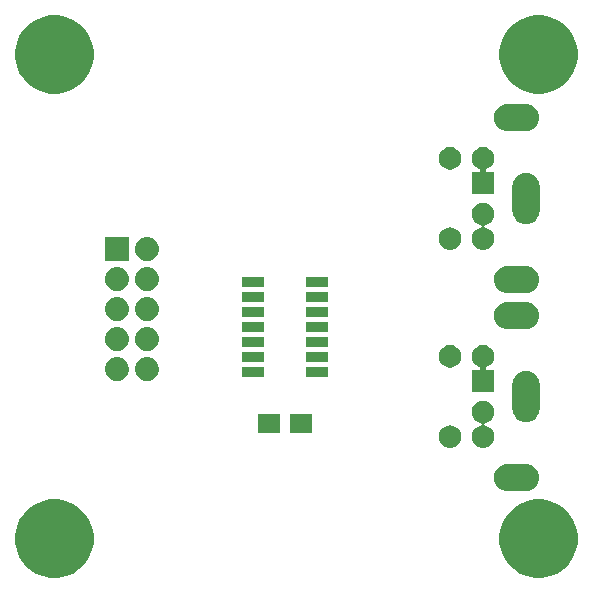
<source format=gts>
G04 #@! TF.GenerationSoftware,KiCad,Pcbnew,(5.0.2)-1*
G04 #@! TF.CreationDate,2019-11-19T13:51:38-05:00*
G04 #@! TF.ProjectId,PS2X49,50533258-3439-42e6-9b69-6361645f7063,X1*
G04 #@! TF.SameCoordinates,Original*
G04 #@! TF.FileFunction,Soldermask,Top*
G04 #@! TF.FilePolarity,Negative*
%FSLAX46Y46*%
G04 Gerber Fmt 4.6, Leading zero omitted, Abs format (unit mm)*
G04 Created by KiCad (PCBNEW (5.0.2)-1) date 11/19/2019 1:51:38 PM*
%MOMM*%
%LPD*%
G01*
G04 APERTURE LIST*
%ADD10C,0.150000*%
G04 APERTURE END LIST*
D10*
G36*
X55970564Y-51800469D02*
X55970566Y-51800470D01*
X55970567Y-51800470D01*
X56576115Y-52051296D01*
X56576116Y-52051297D01*
X57121097Y-52415442D01*
X57584558Y-52878903D01*
X57584560Y-52878906D01*
X57948704Y-53423885D01*
X58199530Y-54029433D01*
X58327400Y-54672280D01*
X58327400Y-55327720D01*
X58199530Y-55970567D01*
X57948704Y-56576115D01*
X57948703Y-56576116D01*
X57584558Y-57121097D01*
X57121097Y-57584558D01*
X57121094Y-57584560D01*
X56576115Y-57948704D01*
X55970567Y-58199530D01*
X55970566Y-58199530D01*
X55970564Y-58199531D01*
X55327722Y-58327400D01*
X54672278Y-58327400D01*
X54029436Y-58199531D01*
X54029434Y-58199530D01*
X54029433Y-58199530D01*
X53423885Y-57948704D01*
X52878906Y-57584560D01*
X52878903Y-57584558D01*
X52415442Y-57121097D01*
X52051297Y-56576116D01*
X52051296Y-56576115D01*
X51800470Y-55970567D01*
X51672600Y-55327720D01*
X51672600Y-54672280D01*
X51800470Y-54029433D01*
X52051296Y-53423885D01*
X52415440Y-52878906D01*
X52415442Y-52878903D01*
X52878903Y-52415442D01*
X53423884Y-52051297D01*
X53423885Y-52051296D01*
X54029433Y-51800470D01*
X54029434Y-51800470D01*
X54029436Y-51800469D01*
X54672278Y-51672600D01*
X55327722Y-51672600D01*
X55970564Y-51800469D01*
X55970564Y-51800469D01*
G37*
G36*
X14970564Y-51800469D02*
X14970566Y-51800470D01*
X14970567Y-51800470D01*
X15576115Y-52051296D01*
X15576116Y-52051297D01*
X16121097Y-52415442D01*
X16584558Y-52878903D01*
X16584560Y-52878906D01*
X16948704Y-53423885D01*
X17199530Y-54029433D01*
X17327400Y-54672280D01*
X17327400Y-55327720D01*
X17199530Y-55970567D01*
X16948704Y-56576115D01*
X16948703Y-56576116D01*
X16584558Y-57121097D01*
X16121097Y-57584558D01*
X16121094Y-57584560D01*
X15576115Y-57948704D01*
X14970567Y-58199530D01*
X14970566Y-58199530D01*
X14970564Y-58199531D01*
X14327722Y-58327400D01*
X13672278Y-58327400D01*
X13029436Y-58199531D01*
X13029434Y-58199530D01*
X13029433Y-58199530D01*
X12423885Y-57948704D01*
X11878906Y-57584560D01*
X11878903Y-57584558D01*
X11415442Y-57121097D01*
X11051297Y-56576116D01*
X11051296Y-56576115D01*
X10800470Y-55970567D01*
X10672600Y-55327720D01*
X10672600Y-54672280D01*
X10800470Y-54029433D01*
X11051296Y-53423885D01*
X11415440Y-52878906D01*
X11415442Y-52878903D01*
X11878903Y-52415442D01*
X12423884Y-52051297D01*
X12423885Y-52051296D01*
X13029433Y-51800470D01*
X13029434Y-51800470D01*
X13029436Y-51800469D01*
X13672278Y-51672600D01*
X14327722Y-51672600D01*
X14970564Y-51800469D01*
X14970564Y-51800469D01*
G37*
G36*
X54005039Y-48659158D02*
X54117910Y-48670275D01*
X54335138Y-48736171D01*
X54335140Y-48736172D01*
X54335143Y-48736173D01*
X54535337Y-48843178D01*
X54710812Y-48987188D01*
X54854822Y-49162663D01*
X54961827Y-49362857D01*
X54961828Y-49362860D01*
X54961829Y-49362862D01*
X55027725Y-49580090D01*
X55049975Y-49806000D01*
X55027725Y-50031910D01*
X54961829Y-50249138D01*
X54961827Y-50249143D01*
X54854822Y-50449337D01*
X54710812Y-50624812D01*
X54535337Y-50768822D01*
X54335143Y-50875827D01*
X54335140Y-50875828D01*
X54335138Y-50875829D01*
X54117910Y-50941725D01*
X54005039Y-50952842D01*
X53948606Y-50958400D01*
X52335394Y-50958400D01*
X52278961Y-50952842D01*
X52166090Y-50941725D01*
X51948862Y-50875829D01*
X51948860Y-50875828D01*
X51948857Y-50875827D01*
X51748663Y-50768822D01*
X51573188Y-50624812D01*
X51429178Y-50449337D01*
X51322173Y-50249143D01*
X51322171Y-50249138D01*
X51256275Y-50031910D01*
X51234025Y-49806000D01*
X51256275Y-49580090D01*
X51322171Y-49362862D01*
X51322172Y-49362860D01*
X51322173Y-49362857D01*
X51429178Y-49162663D01*
X51573188Y-48987188D01*
X51748663Y-48843178D01*
X51948857Y-48736173D01*
X51948860Y-48736172D01*
X51948862Y-48736171D01*
X52166090Y-48670275D01*
X52278961Y-48659158D01*
X52335394Y-48653600D01*
X53948606Y-48653600D01*
X54005039Y-48659158D01*
X54005039Y-48659158D01*
G37*
G36*
X47659404Y-45418240D02*
X47769805Y-45440200D01*
X47943130Y-45511994D01*
X47943131Y-45511995D01*
X48099122Y-45616225D01*
X48231775Y-45748878D01*
X48231777Y-45748881D01*
X48336006Y-45904870D01*
X48407800Y-46078195D01*
X48444400Y-46262197D01*
X48444400Y-46449803D01*
X48407800Y-46633805D01*
X48336006Y-46807130D01*
X48336005Y-46807131D01*
X48231775Y-46963122D01*
X48099122Y-47095775D01*
X48099119Y-47095777D01*
X47943130Y-47200006D01*
X47769805Y-47271800D01*
X47659404Y-47293760D01*
X47585805Y-47308400D01*
X47398195Y-47308400D01*
X47324596Y-47293760D01*
X47214195Y-47271800D01*
X47040870Y-47200006D01*
X46884881Y-47095777D01*
X46884878Y-47095775D01*
X46752225Y-46963122D01*
X46647995Y-46807131D01*
X46647994Y-46807130D01*
X46576200Y-46633805D01*
X46539600Y-46449803D01*
X46539600Y-46262197D01*
X46576200Y-46078195D01*
X46647994Y-45904870D01*
X46752223Y-45748881D01*
X46752225Y-45748878D01*
X46884878Y-45616225D01*
X47040869Y-45511995D01*
X47040870Y-45511994D01*
X47214195Y-45440200D01*
X47324596Y-45418240D01*
X47398195Y-45403600D01*
X47585805Y-45403600D01*
X47659404Y-45418240D01*
X47659404Y-45418240D01*
G37*
G36*
X50459404Y-43318240D02*
X50569805Y-43340200D01*
X50743130Y-43411994D01*
X50743131Y-43411995D01*
X50899122Y-43516225D01*
X51031775Y-43648878D01*
X51031777Y-43648881D01*
X51136006Y-43804870D01*
X51207800Y-43978195D01*
X51244400Y-44162197D01*
X51244400Y-44349803D01*
X51207800Y-44533805D01*
X51136006Y-44707130D01*
X51136005Y-44707131D01*
X51031775Y-44863122D01*
X50899122Y-44995775D01*
X50899119Y-44995777D01*
X50743130Y-45100006D01*
X50569805Y-45171800D01*
X50511477Y-45183402D01*
X50488028Y-45190515D01*
X50466417Y-45202066D01*
X50447475Y-45217612D01*
X50431929Y-45236554D01*
X50420378Y-45258165D01*
X50413265Y-45281614D01*
X50410863Y-45306000D01*
X50413265Y-45330386D01*
X50420378Y-45353835D01*
X50431929Y-45375446D01*
X50447475Y-45394388D01*
X50466417Y-45409934D01*
X50488028Y-45421485D01*
X50511476Y-45428598D01*
X50569805Y-45440200D01*
X50743130Y-45511994D01*
X50743131Y-45511995D01*
X50899122Y-45616225D01*
X51031775Y-45748878D01*
X51031777Y-45748881D01*
X51136006Y-45904870D01*
X51207800Y-46078195D01*
X51244400Y-46262197D01*
X51244400Y-46449803D01*
X51207800Y-46633805D01*
X51136006Y-46807130D01*
X51136005Y-46807131D01*
X51031775Y-46963122D01*
X50899122Y-47095775D01*
X50899119Y-47095777D01*
X50743130Y-47200006D01*
X50569805Y-47271800D01*
X50459404Y-47293760D01*
X50385805Y-47308400D01*
X50198195Y-47308400D01*
X50124596Y-47293760D01*
X50014195Y-47271800D01*
X49840870Y-47200006D01*
X49684881Y-47095777D01*
X49684878Y-47095775D01*
X49552225Y-46963122D01*
X49447995Y-46807131D01*
X49447994Y-46807130D01*
X49376200Y-46633805D01*
X49339600Y-46449803D01*
X49339600Y-46262197D01*
X49376200Y-46078195D01*
X49447994Y-45904870D01*
X49552223Y-45748881D01*
X49552225Y-45748878D01*
X49684878Y-45616225D01*
X49840869Y-45511995D01*
X49840870Y-45511994D01*
X50014195Y-45440200D01*
X50072524Y-45428598D01*
X50095972Y-45421485D01*
X50117583Y-45409934D01*
X50136525Y-45394388D01*
X50152071Y-45375446D01*
X50163622Y-45353835D01*
X50170735Y-45330386D01*
X50173137Y-45306000D01*
X50170735Y-45281614D01*
X50163622Y-45258165D01*
X50152071Y-45236554D01*
X50136525Y-45217612D01*
X50117583Y-45202066D01*
X50095972Y-45190515D01*
X50072523Y-45183402D01*
X50014195Y-45171800D01*
X49840870Y-45100006D01*
X49684881Y-44995777D01*
X49684878Y-44995775D01*
X49552225Y-44863122D01*
X49447995Y-44707131D01*
X49447994Y-44707130D01*
X49376200Y-44533805D01*
X49339600Y-44349803D01*
X49339600Y-44162197D01*
X49376200Y-43978195D01*
X49447994Y-43804870D01*
X49552223Y-43648881D01*
X49552225Y-43648878D01*
X49684878Y-43516225D01*
X49840869Y-43411995D01*
X49840870Y-43411994D01*
X50014195Y-43340200D01*
X50124596Y-43318240D01*
X50198195Y-43303600D01*
X50385805Y-43303600D01*
X50459404Y-43318240D01*
X50459404Y-43318240D01*
G37*
G36*
X33080400Y-46014400D02*
X31275600Y-46014400D01*
X31275600Y-44409600D01*
X33080400Y-44409600D01*
X33080400Y-46014400D01*
X33080400Y-46014400D01*
G37*
G36*
X35780400Y-46014400D02*
X33975600Y-46014400D01*
X33975600Y-44409600D01*
X35780400Y-44409600D01*
X35780400Y-46014400D01*
X35780400Y-46014400D01*
G37*
G36*
X54167909Y-40820275D02*
X54385137Y-40886171D01*
X54385139Y-40886172D01*
X54385142Y-40886173D01*
X54585336Y-40993178D01*
X54760812Y-41137188D01*
X54904822Y-41312663D01*
X55011827Y-41512857D01*
X55011827Y-41512858D01*
X55011829Y-41512862D01*
X55077725Y-41730090D01*
X55094400Y-41899396D01*
X55094400Y-44012604D01*
X55077725Y-44181910D01*
X55011829Y-44399138D01*
X55011827Y-44399143D01*
X54904822Y-44599337D01*
X54760812Y-44774812D01*
X54585337Y-44918822D01*
X54385143Y-45025827D01*
X54385140Y-45025828D01*
X54385138Y-45025829D01*
X54167910Y-45091725D01*
X53942000Y-45113975D01*
X53716091Y-45091725D01*
X53498863Y-45025829D01*
X53498861Y-45025828D01*
X53498858Y-45025827D01*
X53298664Y-44918822D01*
X53123189Y-44774812D01*
X52979179Y-44599337D01*
X52872174Y-44399143D01*
X52872172Y-44399138D01*
X52806276Y-44181910D01*
X52789601Y-44012604D01*
X52789600Y-41899397D01*
X52806275Y-41730091D01*
X52872171Y-41512863D01*
X52872172Y-41512861D01*
X52872173Y-41512858D01*
X52979178Y-41312664D01*
X53123188Y-41137188D01*
X53298663Y-40993178D01*
X53498857Y-40886173D01*
X53498860Y-40886172D01*
X53498862Y-40886171D01*
X53716090Y-40820275D01*
X53942000Y-40798025D01*
X54167909Y-40820275D01*
X54167909Y-40820275D01*
G37*
G36*
X50459404Y-38618240D02*
X50569805Y-38640200D01*
X50743130Y-38711994D01*
X50743131Y-38711995D01*
X50899122Y-38816225D01*
X51031775Y-38948878D01*
X51031777Y-38948881D01*
X51136006Y-39104870D01*
X51207800Y-39278195D01*
X51229760Y-39388596D01*
X51244400Y-39462195D01*
X51244400Y-39649805D01*
X51232541Y-39709422D01*
X51207800Y-39833805D01*
X51136006Y-40007130D01*
X51136005Y-40007131D01*
X51031775Y-40163122D01*
X50899122Y-40295775D01*
X50899119Y-40295777D01*
X50743130Y-40400006D01*
X50590766Y-40463117D01*
X50569160Y-40474667D01*
X50550218Y-40490212D01*
X50534673Y-40509154D01*
X50523122Y-40530765D01*
X50516009Y-40554214D01*
X50513607Y-40578600D01*
X50516009Y-40602987D01*
X50523122Y-40626436D01*
X50534674Y-40648047D01*
X50550219Y-40666989D01*
X50569161Y-40682534D01*
X50590772Y-40694085D01*
X50614221Y-40701198D01*
X50638607Y-40703600D01*
X51244400Y-40703600D01*
X51244400Y-42608400D01*
X49339600Y-42608400D01*
X49339600Y-40703600D01*
X49945393Y-40703600D01*
X49969779Y-40701198D01*
X49993228Y-40694085D01*
X50014839Y-40682534D01*
X50033781Y-40666988D01*
X50049327Y-40648046D01*
X50060878Y-40626435D01*
X50067991Y-40602986D01*
X50070393Y-40578600D01*
X50067991Y-40554214D01*
X50060878Y-40530765D01*
X50049327Y-40509154D01*
X50033781Y-40490212D01*
X50014839Y-40474666D01*
X49993234Y-40463117D01*
X49840870Y-40400006D01*
X49684881Y-40295777D01*
X49684878Y-40295775D01*
X49552225Y-40163122D01*
X49447995Y-40007131D01*
X49447994Y-40007130D01*
X49376200Y-39833805D01*
X49351459Y-39709422D01*
X49339600Y-39649805D01*
X49339600Y-39462195D01*
X49354240Y-39388596D01*
X49376200Y-39278195D01*
X49447994Y-39104870D01*
X49552223Y-38948881D01*
X49552225Y-38948878D01*
X49684878Y-38816225D01*
X49840869Y-38711995D01*
X49840870Y-38711994D01*
X50014195Y-38640200D01*
X50124596Y-38618240D01*
X50198195Y-38603600D01*
X50385805Y-38603600D01*
X50459404Y-38618240D01*
X50459404Y-38618240D01*
G37*
G36*
X19500501Y-39652103D02*
X19500504Y-39652104D01*
X19500505Y-39652104D01*
X19689458Y-39709422D01*
X19689460Y-39709423D01*
X19689463Y-39709424D01*
X19863595Y-39802499D01*
X20016233Y-39927767D01*
X20141501Y-40080405D01*
X20234576Y-40254537D01*
X20234577Y-40254540D01*
X20234578Y-40254542D01*
X20278704Y-40400006D01*
X20291897Y-40443499D01*
X20311250Y-40640000D01*
X20291897Y-40836501D01*
X20291896Y-40836504D01*
X20291896Y-40836505D01*
X20244370Y-40993179D01*
X20234576Y-41025463D01*
X20141501Y-41199595D01*
X20016233Y-41352233D01*
X19863595Y-41477501D01*
X19689463Y-41570576D01*
X19689460Y-41570577D01*
X19689458Y-41570578D01*
X19500505Y-41627896D01*
X19500504Y-41627896D01*
X19500501Y-41627897D01*
X19353247Y-41642400D01*
X19254753Y-41642400D01*
X19107499Y-41627897D01*
X19107496Y-41627896D01*
X19107495Y-41627896D01*
X18918542Y-41570578D01*
X18918540Y-41570577D01*
X18918537Y-41570576D01*
X18744405Y-41477501D01*
X18591767Y-41352233D01*
X18466499Y-41199595D01*
X18373424Y-41025463D01*
X18363631Y-40993179D01*
X18316104Y-40836505D01*
X18316104Y-40836504D01*
X18316103Y-40836501D01*
X18296750Y-40640000D01*
X18316103Y-40443499D01*
X18329296Y-40400006D01*
X18373422Y-40254542D01*
X18373423Y-40254540D01*
X18373424Y-40254537D01*
X18466499Y-40080405D01*
X18591767Y-39927767D01*
X18744405Y-39802499D01*
X18918537Y-39709424D01*
X18918540Y-39709423D01*
X18918542Y-39709422D01*
X19107495Y-39652104D01*
X19107496Y-39652104D01*
X19107499Y-39652103D01*
X19254753Y-39637600D01*
X19353247Y-39637600D01*
X19500501Y-39652103D01*
X19500501Y-39652103D01*
G37*
G36*
X22040501Y-39652103D02*
X22040504Y-39652104D01*
X22040505Y-39652104D01*
X22229458Y-39709422D01*
X22229460Y-39709423D01*
X22229463Y-39709424D01*
X22403595Y-39802499D01*
X22556233Y-39927767D01*
X22681501Y-40080405D01*
X22774576Y-40254537D01*
X22774577Y-40254540D01*
X22774578Y-40254542D01*
X22818704Y-40400006D01*
X22831897Y-40443499D01*
X22851250Y-40640000D01*
X22831897Y-40836501D01*
X22831896Y-40836504D01*
X22831896Y-40836505D01*
X22784370Y-40993179D01*
X22774576Y-41025463D01*
X22681501Y-41199595D01*
X22556233Y-41352233D01*
X22403595Y-41477501D01*
X22229463Y-41570576D01*
X22229460Y-41570577D01*
X22229458Y-41570578D01*
X22040505Y-41627896D01*
X22040504Y-41627896D01*
X22040501Y-41627897D01*
X21893247Y-41642400D01*
X21794753Y-41642400D01*
X21647499Y-41627897D01*
X21647496Y-41627896D01*
X21647495Y-41627896D01*
X21458542Y-41570578D01*
X21458540Y-41570577D01*
X21458537Y-41570576D01*
X21284405Y-41477501D01*
X21131767Y-41352233D01*
X21006499Y-41199595D01*
X20913424Y-41025463D01*
X20903631Y-40993179D01*
X20856104Y-40836505D01*
X20856104Y-40836504D01*
X20856103Y-40836501D01*
X20836750Y-40640000D01*
X20856103Y-40443499D01*
X20869296Y-40400006D01*
X20913422Y-40254542D01*
X20913423Y-40254540D01*
X20913424Y-40254537D01*
X21006499Y-40080405D01*
X21131767Y-39927767D01*
X21284405Y-39802499D01*
X21458537Y-39709424D01*
X21458540Y-39709423D01*
X21458542Y-39709422D01*
X21647495Y-39652104D01*
X21647496Y-39652104D01*
X21647499Y-39652103D01*
X21794753Y-39637600D01*
X21893247Y-39637600D01*
X22040501Y-39652103D01*
X22040501Y-39652103D01*
G37*
G36*
X31730400Y-41346400D02*
X29925600Y-41346400D01*
X29925600Y-40441600D01*
X31730400Y-40441600D01*
X31730400Y-41346400D01*
X31730400Y-41346400D01*
G37*
G36*
X37130400Y-41346400D02*
X35325600Y-41346400D01*
X35325600Y-40441600D01*
X37130400Y-40441600D01*
X37130400Y-41346400D01*
X37130400Y-41346400D01*
G37*
G36*
X47659404Y-38618240D02*
X47769805Y-38640200D01*
X47943130Y-38711994D01*
X47943131Y-38711995D01*
X48099122Y-38816225D01*
X48231775Y-38948878D01*
X48231777Y-38948881D01*
X48336006Y-39104870D01*
X48407800Y-39278195D01*
X48429760Y-39388596D01*
X48444400Y-39462195D01*
X48444400Y-39649805D01*
X48432541Y-39709422D01*
X48407800Y-39833805D01*
X48336006Y-40007130D01*
X48336005Y-40007131D01*
X48231775Y-40163122D01*
X48099122Y-40295775D01*
X48099119Y-40295777D01*
X47943130Y-40400006D01*
X47769805Y-40471800D01*
X47659404Y-40493760D01*
X47585805Y-40508400D01*
X47398195Y-40508400D01*
X47324596Y-40493760D01*
X47214195Y-40471800D01*
X47040870Y-40400006D01*
X46884881Y-40295777D01*
X46884878Y-40295775D01*
X46752225Y-40163122D01*
X46647995Y-40007131D01*
X46647994Y-40007130D01*
X46576200Y-39833805D01*
X46551459Y-39709422D01*
X46539600Y-39649805D01*
X46539600Y-39462195D01*
X46554240Y-39388596D01*
X46576200Y-39278195D01*
X46647994Y-39104870D01*
X46752223Y-38948881D01*
X46752225Y-38948878D01*
X46884878Y-38816225D01*
X47040869Y-38711995D01*
X47040870Y-38711994D01*
X47214195Y-38640200D01*
X47324596Y-38618240D01*
X47398195Y-38603600D01*
X47585805Y-38603600D01*
X47659404Y-38618240D01*
X47659404Y-38618240D01*
G37*
G36*
X31730400Y-40076400D02*
X29925600Y-40076400D01*
X29925600Y-39171600D01*
X31730400Y-39171600D01*
X31730400Y-40076400D01*
X31730400Y-40076400D01*
G37*
G36*
X37130400Y-40076400D02*
X35325600Y-40076400D01*
X35325600Y-39171600D01*
X37130400Y-39171600D01*
X37130400Y-40076400D01*
X37130400Y-40076400D01*
G37*
G36*
X19500501Y-37112103D02*
X19500504Y-37112104D01*
X19500505Y-37112104D01*
X19689458Y-37169422D01*
X19689460Y-37169423D01*
X19689463Y-37169424D01*
X19863595Y-37262499D01*
X20016233Y-37387767D01*
X20141501Y-37540405D01*
X20234576Y-37714537D01*
X20291897Y-37903499D01*
X20311250Y-38100000D01*
X20291897Y-38296501D01*
X20234576Y-38485463D01*
X20141501Y-38659595D01*
X20016233Y-38812233D01*
X19863595Y-38937501D01*
X19689463Y-39030576D01*
X19689460Y-39030577D01*
X19689458Y-39030578D01*
X19500505Y-39087896D01*
X19500504Y-39087896D01*
X19500501Y-39087897D01*
X19353247Y-39102400D01*
X19254753Y-39102400D01*
X19107499Y-39087897D01*
X19107496Y-39087896D01*
X19107495Y-39087896D01*
X18918542Y-39030578D01*
X18918540Y-39030577D01*
X18918537Y-39030576D01*
X18744405Y-38937501D01*
X18591767Y-38812233D01*
X18466499Y-38659595D01*
X18373424Y-38485463D01*
X18316103Y-38296501D01*
X18296750Y-38100000D01*
X18316103Y-37903499D01*
X18373424Y-37714537D01*
X18466499Y-37540405D01*
X18591767Y-37387767D01*
X18744405Y-37262499D01*
X18918537Y-37169424D01*
X18918540Y-37169423D01*
X18918542Y-37169422D01*
X19107495Y-37112104D01*
X19107496Y-37112104D01*
X19107499Y-37112103D01*
X19254753Y-37097600D01*
X19353247Y-37097600D01*
X19500501Y-37112103D01*
X19500501Y-37112103D01*
G37*
G36*
X22040501Y-37112103D02*
X22040504Y-37112104D01*
X22040505Y-37112104D01*
X22229458Y-37169422D01*
X22229460Y-37169423D01*
X22229463Y-37169424D01*
X22403595Y-37262499D01*
X22556233Y-37387767D01*
X22681501Y-37540405D01*
X22774576Y-37714537D01*
X22831897Y-37903499D01*
X22851250Y-38100000D01*
X22831897Y-38296501D01*
X22774576Y-38485463D01*
X22681501Y-38659595D01*
X22556233Y-38812233D01*
X22403595Y-38937501D01*
X22229463Y-39030576D01*
X22229460Y-39030577D01*
X22229458Y-39030578D01*
X22040505Y-39087896D01*
X22040504Y-39087896D01*
X22040501Y-39087897D01*
X21893247Y-39102400D01*
X21794753Y-39102400D01*
X21647499Y-39087897D01*
X21647496Y-39087896D01*
X21647495Y-39087896D01*
X21458542Y-39030578D01*
X21458540Y-39030577D01*
X21458537Y-39030576D01*
X21284405Y-38937501D01*
X21131767Y-38812233D01*
X21006499Y-38659595D01*
X20913424Y-38485463D01*
X20856103Y-38296501D01*
X20836750Y-38100000D01*
X20856103Y-37903499D01*
X20913424Y-37714537D01*
X21006499Y-37540405D01*
X21131767Y-37387767D01*
X21284405Y-37262499D01*
X21458537Y-37169424D01*
X21458540Y-37169423D01*
X21458542Y-37169422D01*
X21647495Y-37112104D01*
X21647496Y-37112104D01*
X21647499Y-37112103D01*
X21794753Y-37097600D01*
X21893247Y-37097600D01*
X22040501Y-37112103D01*
X22040501Y-37112103D01*
G37*
G36*
X31730400Y-38806400D02*
X29925600Y-38806400D01*
X29925600Y-37901600D01*
X31730400Y-37901600D01*
X31730400Y-38806400D01*
X31730400Y-38806400D01*
G37*
G36*
X37130400Y-38806400D02*
X35325600Y-38806400D01*
X35325600Y-37901600D01*
X37130400Y-37901600D01*
X37130400Y-38806400D01*
X37130400Y-38806400D01*
G37*
G36*
X37130400Y-37536400D02*
X35325600Y-37536400D01*
X35325600Y-36631600D01*
X37130400Y-36631600D01*
X37130400Y-37536400D01*
X37130400Y-37536400D01*
G37*
G36*
X31730400Y-37536400D02*
X29925600Y-37536400D01*
X29925600Y-36631600D01*
X31730400Y-36631600D01*
X31730400Y-37536400D01*
X31730400Y-37536400D01*
G37*
G36*
X54005039Y-34959158D02*
X54117910Y-34970275D01*
X54335138Y-35036171D01*
X54335140Y-35036172D01*
X54335143Y-35036173D01*
X54535337Y-35143178D01*
X54710812Y-35287188D01*
X54854822Y-35462663D01*
X54961827Y-35662857D01*
X54961828Y-35662860D01*
X54961829Y-35662862D01*
X55027725Y-35880090D01*
X55049975Y-36106000D01*
X55027725Y-36331910D01*
X54962205Y-36547897D01*
X54961827Y-36549143D01*
X54854822Y-36749337D01*
X54710812Y-36924812D01*
X54535337Y-37068822D01*
X54335143Y-37175827D01*
X54335140Y-37175828D01*
X54335138Y-37175829D01*
X54117910Y-37241725D01*
X54005039Y-37252842D01*
X53948606Y-37258400D01*
X52335394Y-37258400D01*
X52278961Y-37252842D01*
X52166090Y-37241725D01*
X51948862Y-37175829D01*
X51948860Y-37175828D01*
X51948857Y-37175827D01*
X51748663Y-37068822D01*
X51573188Y-36924812D01*
X51429178Y-36749337D01*
X51322173Y-36549143D01*
X51321795Y-36547897D01*
X51256275Y-36331910D01*
X51234025Y-36106000D01*
X51256275Y-35880090D01*
X51322171Y-35662862D01*
X51322172Y-35662860D01*
X51322173Y-35662857D01*
X51429178Y-35462663D01*
X51573188Y-35287188D01*
X51748663Y-35143178D01*
X51948857Y-35036173D01*
X51948860Y-35036172D01*
X51948862Y-35036171D01*
X52166090Y-34970275D01*
X52278961Y-34959158D01*
X52335394Y-34953600D01*
X53948606Y-34953600D01*
X54005039Y-34959158D01*
X54005039Y-34959158D01*
G37*
G36*
X19500501Y-34572103D02*
X19500504Y-34572104D01*
X19500505Y-34572104D01*
X19689458Y-34629422D01*
X19689460Y-34629423D01*
X19689463Y-34629424D01*
X19863595Y-34722499D01*
X20016233Y-34847767D01*
X20141501Y-35000405D01*
X20234576Y-35174537D01*
X20234577Y-35174540D01*
X20234578Y-35174542D01*
X20291321Y-35361600D01*
X20291897Y-35363499D01*
X20311250Y-35560000D01*
X20291897Y-35756501D01*
X20291896Y-35756504D01*
X20291896Y-35756505D01*
X20254406Y-35880094D01*
X20234576Y-35945463D01*
X20141501Y-36119595D01*
X20016233Y-36272233D01*
X19863595Y-36397501D01*
X19689463Y-36490576D01*
X19689460Y-36490577D01*
X19689458Y-36490578D01*
X19500505Y-36547896D01*
X19500504Y-36547896D01*
X19500501Y-36547897D01*
X19353247Y-36562400D01*
X19254753Y-36562400D01*
X19107499Y-36547897D01*
X19107496Y-36547896D01*
X19107495Y-36547896D01*
X18918542Y-36490578D01*
X18918540Y-36490577D01*
X18918537Y-36490576D01*
X18744405Y-36397501D01*
X18591767Y-36272233D01*
X18466499Y-36119595D01*
X18373424Y-35945463D01*
X18353595Y-35880094D01*
X18316104Y-35756505D01*
X18316104Y-35756504D01*
X18316103Y-35756501D01*
X18296750Y-35560000D01*
X18316103Y-35363499D01*
X18316679Y-35361600D01*
X18373422Y-35174542D01*
X18373423Y-35174540D01*
X18373424Y-35174537D01*
X18466499Y-35000405D01*
X18591767Y-34847767D01*
X18744405Y-34722499D01*
X18918537Y-34629424D01*
X18918540Y-34629423D01*
X18918542Y-34629422D01*
X19107495Y-34572104D01*
X19107496Y-34572104D01*
X19107499Y-34572103D01*
X19254753Y-34557600D01*
X19353247Y-34557600D01*
X19500501Y-34572103D01*
X19500501Y-34572103D01*
G37*
G36*
X22040501Y-34572103D02*
X22040504Y-34572104D01*
X22040505Y-34572104D01*
X22229458Y-34629422D01*
X22229460Y-34629423D01*
X22229463Y-34629424D01*
X22403595Y-34722499D01*
X22556233Y-34847767D01*
X22681501Y-35000405D01*
X22774576Y-35174537D01*
X22774577Y-35174540D01*
X22774578Y-35174542D01*
X22831321Y-35361600D01*
X22831897Y-35363499D01*
X22851250Y-35560000D01*
X22831897Y-35756501D01*
X22831896Y-35756504D01*
X22831896Y-35756505D01*
X22794406Y-35880094D01*
X22774576Y-35945463D01*
X22681501Y-36119595D01*
X22556233Y-36272233D01*
X22403595Y-36397501D01*
X22229463Y-36490576D01*
X22229460Y-36490577D01*
X22229458Y-36490578D01*
X22040505Y-36547896D01*
X22040504Y-36547896D01*
X22040501Y-36547897D01*
X21893247Y-36562400D01*
X21794753Y-36562400D01*
X21647499Y-36547897D01*
X21647496Y-36547896D01*
X21647495Y-36547896D01*
X21458542Y-36490578D01*
X21458540Y-36490577D01*
X21458537Y-36490576D01*
X21284405Y-36397501D01*
X21131767Y-36272233D01*
X21006499Y-36119595D01*
X20913424Y-35945463D01*
X20893595Y-35880094D01*
X20856104Y-35756505D01*
X20856104Y-35756504D01*
X20856103Y-35756501D01*
X20836750Y-35560000D01*
X20856103Y-35363499D01*
X20856679Y-35361600D01*
X20913422Y-35174542D01*
X20913423Y-35174540D01*
X20913424Y-35174537D01*
X21006499Y-35000405D01*
X21131767Y-34847767D01*
X21284405Y-34722499D01*
X21458537Y-34629424D01*
X21458540Y-34629423D01*
X21458542Y-34629422D01*
X21647495Y-34572104D01*
X21647496Y-34572104D01*
X21647499Y-34572103D01*
X21794753Y-34557600D01*
X21893247Y-34557600D01*
X22040501Y-34572103D01*
X22040501Y-34572103D01*
G37*
G36*
X37130400Y-36266400D02*
X35325600Y-36266400D01*
X35325600Y-35361600D01*
X37130400Y-35361600D01*
X37130400Y-36266400D01*
X37130400Y-36266400D01*
G37*
G36*
X31730400Y-36266400D02*
X29925600Y-36266400D01*
X29925600Y-35361600D01*
X31730400Y-35361600D01*
X31730400Y-36266400D01*
X31730400Y-36266400D01*
G37*
G36*
X37130400Y-34996400D02*
X35325600Y-34996400D01*
X35325600Y-34091600D01*
X37130400Y-34091600D01*
X37130400Y-34996400D01*
X37130400Y-34996400D01*
G37*
G36*
X31730400Y-34996400D02*
X29925600Y-34996400D01*
X29925600Y-34091600D01*
X31730400Y-34091600D01*
X31730400Y-34996400D01*
X31730400Y-34996400D01*
G37*
G36*
X54005039Y-31895158D02*
X54117910Y-31906275D01*
X54335138Y-31972171D01*
X54335140Y-31972172D01*
X54335143Y-31972173D01*
X54535337Y-32079178D01*
X54710812Y-32223188D01*
X54854822Y-32398663D01*
X54961827Y-32598857D01*
X54961828Y-32598860D01*
X54961829Y-32598862D01*
X55027725Y-32816090D01*
X55049975Y-33042000D01*
X55027725Y-33267910D01*
X54985998Y-33405463D01*
X54961827Y-33485143D01*
X54854822Y-33685337D01*
X54710812Y-33860812D01*
X54535337Y-34004822D01*
X54335143Y-34111827D01*
X54335140Y-34111828D01*
X54335138Y-34111829D01*
X54117910Y-34177725D01*
X54005039Y-34188842D01*
X53948606Y-34194400D01*
X52335394Y-34194400D01*
X52278961Y-34188842D01*
X52166090Y-34177725D01*
X51948862Y-34111829D01*
X51948860Y-34111828D01*
X51948857Y-34111827D01*
X51748663Y-34004822D01*
X51573188Y-33860812D01*
X51429178Y-33685337D01*
X51322173Y-33485143D01*
X51298002Y-33405463D01*
X51256275Y-33267910D01*
X51234025Y-33042000D01*
X51256275Y-32816090D01*
X51322171Y-32598862D01*
X51322172Y-32598860D01*
X51322173Y-32598857D01*
X51429178Y-32398663D01*
X51573188Y-32223188D01*
X51748663Y-32079178D01*
X51948857Y-31972173D01*
X51948860Y-31972172D01*
X51948862Y-31972171D01*
X52166090Y-31906275D01*
X52278961Y-31895158D01*
X52335394Y-31889600D01*
X53948606Y-31889600D01*
X54005039Y-31895158D01*
X54005039Y-31895158D01*
G37*
G36*
X22040501Y-32032103D02*
X22040504Y-32032104D01*
X22040505Y-32032104D01*
X22229458Y-32089422D01*
X22229460Y-32089423D01*
X22229463Y-32089424D01*
X22403595Y-32182499D01*
X22556233Y-32307767D01*
X22681501Y-32460405D01*
X22774576Y-32634537D01*
X22831897Y-32823499D01*
X22851250Y-33020000D01*
X22831897Y-33216501D01*
X22831896Y-33216504D01*
X22831896Y-33216505D01*
X22816303Y-33267910D01*
X22774576Y-33405463D01*
X22681501Y-33579595D01*
X22556233Y-33732233D01*
X22403595Y-33857501D01*
X22229463Y-33950576D01*
X22229460Y-33950577D01*
X22229458Y-33950578D01*
X22040505Y-34007896D01*
X22040504Y-34007896D01*
X22040501Y-34007897D01*
X21893247Y-34022400D01*
X21794753Y-34022400D01*
X21647499Y-34007897D01*
X21647496Y-34007896D01*
X21647495Y-34007896D01*
X21458542Y-33950578D01*
X21458540Y-33950577D01*
X21458537Y-33950576D01*
X21284405Y-33857501D01*
X21131767Y-33732233D01*
X21006499Y-33579595D01*
X20913424Y-33405463D01*
X20871698Y-33267910D01*
X20856104Y-33216505D01*
X20856104Y-33216504D01*
X20856103Y-33216501D01*
X20836750Y-33020000D01*
X20856103Y-32823499D01*
X20913424Y-32634537D01*
X21006499Y-32460405D01*
X21131767Y-32307767D01*
X21284405Y-32182499D01*
X21458537Y-32089424D01*
X21458540Y-32089423D01*
X21458542Y-32089422D01*
X21647495Y-32032104D01*
X21647496Y-32032104D01*
X21647499Y-32032103D01*
X21794753Y-32017600D01*
X21893247Y-32017600D01*
X22040501Y-32032103D01*
X22040501Y-32032103D01*
G37*
G36*
X19500501Y-32032103D02*
X19500504Y-32032104D01*
X19500505Y-32032104D01*
X19689458Y-32089422D01*
X19689460Y-32089423D01*
X19689463Y-32089424D01*
X19863595Y-32182499D01*
X20016233Y-32307767D01*
X20141501Y-32460405D01*
X20234576Y-32634537D01*
X20291897Y-32823499D01*
X20311250Y-33020000D01*
X20291897Y-33216501D01*
X20291896Y-33216504D01*
X20291896Y-33216505D01*
X20276303Y-33267910D01*
X20234576Y-33405463D01*
X20141501Y-33579595D01*
X20016233Y-33732233D01*
X19863595Y-33857501D01*
X19689463Y-33950576D01*
X19689460Y-33950577D01*
X19689458Y-33950578D01*
X19500505Y-34007896D01*
X19500504Y-34007896D01*
X19500501Y-34007897D01*
X19353247Y-34022400D01*
X19254753Y-34022400D01*
X19107499Y-34007897D01*
X19107496Y-34007896D01*
X19107495Y-34007896D01*
X18918542Y-33950578D01*
X18918540Y-33950577D01*
X18918537Y-33950576D01*
X18744405Y-33857501D01*
X18591767Y-33732233D01*
X18466499Y-33579595D01*
X18373424Y-33405463D01*
X18331698Y-33267910D01*
X18316104Y-33216505D01*
X18316104Y-33216504D01*
X18316103Y-33216501D01*
X18296750Y-33020000D01*
X18316103Y-32823499D01*
X18373424Y-32634537D01*
X18466499Y-32460405D01*
X18591767Y-32307767D01*
X18744405Y-32182499D01*
X18918537Y-32089424D01*
X18918540Y-32089423D01*
X18918542Y-32089422D01*
X19107495Y-32032104D01*
X19107496Y-32032104D01*
X19107499Y-32032103D01*
X19254753Y-32017600D01*
X19353247Y-32017600D01*
X19500501Y-32032103D01*
X19500501Y-32032103D01*
G37*
G36*
X37130400Y-33726400D02*
X35325600Y-33726400D01*
X35325600Y-32821600D01*
X37130400Y-32821600D01*
X37130400Y-33726400D01*
X37130400Y-33726400D01*
G37*
G36*
X31730400Y-33726400D02*
X29925600Y-33726400D01*
X29925600Y-32821600D01*
X31730400Y-32821600D01*
X31730400Y-33726400D01*
X31730400Y-33726400D01*
G37*
G36*
X22040501Y-29492103D02*
X22040504Y-29492104D01*
X22040505Y-29492104D01*
X22229458Y-29549422D01*
X22229460Y-29549423D01*
X22229463Y-29549424D01*
X22403595Y-29642499D01*
X22556233Y-29767767D01*
X22681501Y-29920405D01*
X22774576Y-30094537D01*
X22831897Y-30283499D01*
X22851250Y-30480000D01*
X22831897Y-30676501D01*
X22774576Y-30865463D01*
X22681501Y-31039595D01*
X22556233Y-31192233D01*
X22403595Y-31317501D01*
X22229463Y-31410576D01*
X22229460Y-31410577D01*
X22229458Y-31410578D01*
X22040505Y-31467896D01*
X22040504Y-31467896D01*
X22040501Y-31467897D01*
X21893247Y-31482400D01*
X21794753Y-31482400D01*
X21647499Y-31467897D01*
X21647496Y-31467896D01*
X21647495Y-31467896D01*
X21458542Y-31410578D01*
X21458540Y-31410577D01*
X21458537Y-31410576D01*
X21284405Y-31317501D01*
X21131767Y-31192233D01*
X21006499Y-31039595D01*
X20913424Y-30865463D01*
X20856103Y-30676501D01*
X20836750Y-30480000D01*
X20856103Y-30283499D01*
X20913424Y-30094537D01*
X21006499Y-29920405D01*
X21131767Y-29767767D01*
X21284405Y-29642499D01*
X21458537Y-29549424D01*
X21458540Y-29549423D01*
X21458542Y-29549422D01*
X21647495Y-29492104D01*
X21647496Y-29492104D01*
X21647499Y-29492103D01*
X21794753Y-29477600D01*
X21893247Y-29477600D01*
X22040501Y-29492103D01*
X22040501Y-29492103D01*
G37*
G36*
X20306400Y-31482400D02*
X18301600Y-31482400D01*
X18301600Y-29477600D01*
X20306400Y-29477600D01*
X20306400Y-31482400D01*
X20306400Y-31482400D01*
G37*
G36*
X50459404Y-26554240D02*
X50569805Y-26576200D01*
X50743130Y-26647994D01*
X50743131Y-26647995D01*
X50899122Y-26752225D01*
X51031775Y-26884878D01*
X51031777Y-26884881D01*
X51136006Y-27040870D01*
X51207800Y-27214195D01*
X51244400Y-27398197D01*
X51244400Y-27585803D01*
X51207800Y-27769805D01*
X51136006Y-27943130D01*
X51136005Y-27943131D01*
X51031775Y-28099122D01*
X50899122Y-28231775D01*
X50899119Y-28231777D01*
X50743130Y-28336006D01*
X50569805Y-28407800D01*
X50511477Y-28419402D01*
X50488028Y-28426515D01*
X50466417Y-28438066D01*
X50447475Y-28453612D01*
X50431929Y-28472554D01*
X50420378Y-28494165D01*
X50413265Y-28517614D01*
X50410863Y-28542000D01*
X50413265Y-28566386D01*
X50420378Y-28589835D01*
X50431929Y-28611446D01*
X50447475Y-28630388D01*
X50466417Y-28645934D01*
X50488028Y-28657485D01*
X50511476Y-28664598D01*
X50569805Y-28676200D01*
X50743130Y-28747994D01*
X50743131Y-28747995D01*
X50899122Y-28852225D01*
X51031775Y-28984878D01*
X51031777Y-28984881D01*
X51136006Y-29140870D01*
X51207800Y-29314195D01*
X51244400Y-29498197D01*
X51244400Y-29685803D01*
X51207800Y-29869805D01*
X51136006Y-30043130D01*
X51136005Y-30043131D01*
X51031775Y-30199122D01*
X50899122Y-30331775D01*
X50899119Y-30331777D01*
X50743130Y-30436006D01*
X50569805Y-30507800D01*
X50459404Y-30529760D01*
X50385805Y-30544400D01*
X50198195Y-30544400D01*
X50124596Y-30529760D01*
X50014195Y-30507800D01*
X49840870Y-30436006D01*
X49684881Y-30331777D01*
X49684878Y-30331775D01*
X49552225Y-30199122D01*
X49447995Y-30043131D01*
X49447994Y-30043130D01*
X49376200Y-29869805D01*
X49339600Y-29685803D01*
X49339600Y-29498197D01*
X49376200Y-29314195D01*
X49447994Y-29140870D01*
X49552223Y-28984881D01*
X49552225Y-28984878D01*
X49684878Y-28852225D01*
X49840869Y-28747995D01*
X49840870Y-28747994D01*
X50014195Y-28676200D01*
X50072524Y-28664598D01*
X50095972Y-28657485D01*
X50117583Y-28645934D01*
X50136525Y-28630388D01*
X50152071Y-28611446D01*
X50163622Y-28589835D01*
X50170735Y-28566386D01*
X50173137Y-28542000D01*
X50170735Y-28517614D01*
X50163622Y-28494165D01*
X50152071Y-28472554D01*
X50136525Y-28453612D01*
X50117583Y-28438066D01*
X50095972Y-28426515D01*
X50072523Y-28419402D01*
X50014195Y-28407800D01*
X49840870Y-28336006D01*
X49684881Y-28231777D01*
X49684878Y-28231775D01*
X49552225Y-28099122D01*
X49447995Y-27943131D01*
X49447994Y-27943130D01*
X49376200Y-27769805D01*
X49339600Y-27585803D01*
X49339600Y-27398197D01*
X49376200Y-27214195D01*
X49447994Y-27040870D01*
X49552223Y-26884881D01*
X49552225Y-26884878D01*
X49684878Y-26752225D01*
X49840869Y-26647995D01*
X49840870Y-26647994D01*
X50014195Y-26576200D01*
X50124596Y-26554240D01*
X50198195Y-26539600D01*
X50385805Y-26539600D01*
X50459404Y-26554240D01*
X50459404Y-26554240D01*
G37*
G36*
X47659404Y-28654240D02*
X47769805Y-28676200D01*
X47943130Y-28747994D01*
X47943131Y-28747995D01*
X48099122Y-28852225D01*
X48231775Y-28984878D01*
X48231777Y-28984881D01*
X48336006Y-29140870D01*
X48407800Y-29314195D01*
X48444400Y-29498197D01*
X48444400Y-29685803D01*
X48407800Y-29869805D01*
X48336006Y-30043130D01*
X48336005Y-30043131D01*
X48231775Y-30199122D01*
X48099122Y-30331775D01*
X48099119Y-30331777D01*
X47943130Y-30436006D01*
X47769805Y-30507800D01*
X47659404Y-30529760D01*
X47585805Y-30544400D01*
X47398195Y-30544400D01*
X47324596Y-30529760D01*
X47214195Y-30507800D01*
X47040870Y-30436006D01*
X46884881Y-30331777D01*
X46884878Y-30331775D01*
X46752225Y-30199122D01*
X46647995Y-30043131D01*
X46647994Y-30043130D01*
X46576200Y-29869805D01*
X46539600Y-29685803D01*
X46539600Y-29498197D01*
X46576200Y-29314195D01*
X46647994Y-29140870D01*
X46752223Y-28984881D01*
X46752225Y-28984878D01*
X46884878Y-28852225D01*
X47040869Y-28747995D01*
X47040870Y-28747994D01*
X47214195Y-28676200D01*
X47324596Y-28654240D01*
X47398195Y-28639600D01*
X47585805Y-28639600D01*
X47659404Y-28654240D01*
X47659404Y-28654240D01*
G37*
G36*
X54167909Y-24056275D02*
X54385137Y-24122171D01*
X54385139Y-24122172D01*
X54385142Y-24122173D01*
X54585336Y-24229178D01*
X54760812Y-24373188D01*
X54904822Y-24548663D01*
X55011827Y-24748857D01*
X55011827Y-24748858D01*
X55011829Y-24748862D01*
X55077725Y-24966090D01*
X55094400Y-25135396D01*
X55094400Y-27248604D01*
X55077725Y-27417910D01*
X55011829Y-27635138D01*
X55011827Y-27635143D01*
X54904822Y-27835337D01*
X54760812Y-28010812D01*
X54585337Y-28154822D01*
X54385143Y-28261827D01*
X54385140Y-28261828D01*
X54385138Y-28261829D01*
X54167910Y-28327725D01*
X53942000Y-28349975D01*
X53716091Y-28327725D01*
X53498863Y-28261829D01*
X53498861Y-28261828D01*
X53498858Y-28261827D01*
X53298664Y-28154822D01*
X53123189Y-28010812D01*
X52979179Y-27835337D01*
X52872174Y-27635143D01*
X52872172Y-27635138D01*
X52806276Y-27417910D01*
X52789601Y-27248604D01*
X52789600Y-25135397D01*
X52806275Y-24966091D01*
X52872171Y-24748863D01*
X52872172Y-24748861D01*
X52872173Y-24748858D01*
X52979178Y-24548664D01*
X53123188Y-24373188D01*
X53298663Y-24229178D01*
X53498857Y-24122173D01*
X53498860Y-24122172D01*
X53498862Y-24122171D01*
X53716090Y-24056275D01*
X53942000Y-24034025D01*
X54167909Y-24056275D01*
X54167909Y-24056275D01*
G37*
G36*
X50459404Y-21854240D02*
X50569805Y-21876200D01*
X50743130Y-21947994D01*
X50743131Y-21947995D01*
X50899122Y-22052225D01*
X51031775Y-22184878D01*
X51031777Y-22184881D01*
X51136006Y-22340870D01*
X51207800Y-22514195D01*
X51244400Y-22698197D01*
X51244400Y-22885803D01*
X51207800Y-23069805D01*
X51136006Y-23243130D01*
X51136005Y-23243131D01*
X51031775Y-23399122D01*
X50899122Y-23531775D01*
X50899119Y-23531777D01*
X50743130Y-23636006D01*
X50590766Y-23699117D01*
X50569160Y-23710667D01*
X50550218Y-23726212D01*
X50534673Y-23745154D01*
X50523122Y-23766765D01*
X50516009Y-23790214D01*
X50513607Y-23814600D01*
X50516009Y-23838987D01*
X50523122Y-23862436D01*
X50534674Y-23884047D01*
X50550219Y-23902989D01*
X50569161Y-23918534D01*
X50590772Y-23930085D01*
X50614221Y-23937198D01*
X50638607Y-23939600D01*
X51244400Y-23939600D01*
X51244400Y-25844400D01*
X49339600Y-25844400D01*
X49339600Y-23939600D01*
X49945393Y-23939600D01*
X49969779Y-23937198D01*
X49993228Y-23930085D01*
X50014839Y-23918534D01*
X50033781Y-23902988D01*
X50049327Y-23884046D01*
X50060878Y-23862435D01*
X50067991Y-23838986D01*
X50070393Y-23814600D01*
X50067991Y-23790214D01*
X50060878Y-23766765D01*
X50049327Y-23745154D01*
X50033781Y-23726212D01*
X50014839Y-23710666D01*
X49993234Y-23699117D01*
X49840870Y-23636006D01*
X49684881Y-23531777D01*
X49684878Y-23531775D01*
X49552225Y-23399122D01*
X49447995Y-23243131D01*
X49447994Y-23243130D01*
X49376200Y-23069805D01*
X49339600Y-22885803D01*
X49339600Y-22698197D01*
X49376200Y-22514195D01*
X49447994Y-22340870D01*
X49552223Y-22184881D01*
X49552225Y-22184878D01*
X49684878Y-22052225D01*
X49840869Y-21947995D01*
X49840870Y-21947994D01*
X50014195Y-21876200D01*
X50124596Y-21854240D01*
X50198195Y-21839600D01*
X50385805Y-21839600D01*
X50459404Y-21854240D01*
X50459404Y-21854240D01*
G37*
G36*
X47659404Y-21854240D02*
X47769805Y-21876200D01*
X47943130Y-21947994D01*
X47943131Y-21947995D01*
X48099122Y-22052225D01*
X48231775Y-22184878D01*
X48231777Y-22184881D01*
X48336006Y-22340870D01*
X48407800Y-22514195D01*
X48444400Y-22698197D01*
X48444400Y-22885803D01*
X48407800Y-23069805D01*
X48336006Y-23243130D01*
X48336005Y-23243131D01*
X48231775Y-23399122D01*
X48099122Y-23531775D01*
X48099119Y-23531777D01*
X47943130Y-23636006D01*
X47769805Y-23707800D01*
X47659404Y-23729760D01*
X47585805Y-23744400D01*
X47398195Y-23744400D01*
X47324596Y-23729760D01*
X47214195Y-23707800D01*
X47040870Y-23636006D01*
X46884881Y-23531777D01*
X46884878Y-23531775D01*
X46752225Y-23399122D01*
X46647995Y-23243131D01*
X46647994Y-23243130D01*
X46576200Y-23069805D01*
X46539600Y-22885803D01*
X46539600Y-22698197D01*
X46576200Y-22514195D01*
X46647994Y-22340870D01*
X46752223Y-22184881D01*
X46752225Y-22184878D01*
X46884878Y-22052225D01*
X47040869Y-21947995D01*
X47040870Y-21947994D01*
X47214195Y-21876200D01*
X47324596Y-21854240D01*
X47398195Y-21839600D01*
X47585805Y-21839600D01*
X47659404Y-21854240D01*
X47659404Y-21854240D01*
G37*
G36*
X54005039Y-18195158D02*
X54117910Y-18206275D01*
X54335138Y-18272171D01*
X54335140Y-18272172D01*
X54335143Y-18272173D01*
X54535337Y-18379178D01*
X54710812Y-18523188D01*
X54854822Y-18698663D01*
X54961827Y-18898857D01*
X54961828Y-18898860D01*
X54961829Y-18898862D01*
X55027725Y-19116090D01*
X55049975Y-19342000D01*
X55027725Y-19567910D01*
X54961829Y-19785138D01*
X54961827Y-19785143D01*
X54854822Y-19985337D01*
X54710812Y-20160812D01*
X54535337Y-20304822D01*
X54335143Y-20411827D01*
X54335140Y-20411828D01*
X54335138Y-20411829D01*
X54117910Y-20477725D01*
X54005039Y-20488842D01*
X53948606Y-20494400D01*
X52335394Y-20494400D01*
X52278961Y-20488842D01*
X52166090Y-20477725D01*
X51948862Y-20411829D01*
X51948860Y-20411828D01*
X51948857Y-20411827D01*
X51748663Y-20304822D01*
X51573188Y-20160812D01*
X51429178Y-19985337D01*
X51322173Y-19785143D01*
X51322171Y-19785138D01*
X51256275Y-19567910D01*
X51234025Y-19342000D01*
X51256275Y-19116090D01*
X51322171Y-18898862D01*
X51322172Y-18898860D01*
X51322173Y-18898857D01*
X51429178Y-18698663D01*
X51573188Y-18523188D01*
X51748663Y-18379178D01*
X51948857Y-18272173D01*
X51948860Y-18272172D01*
X51948862Y-18272171D01*
X52166090Y-18206275D01*
X52278961Y-18195158D01*
X52335394Y-18189600D01*
X53948606Y-18189600D01*
X54005039Y-18195158D01*
X54005039Y-18195158D01*
G37*
G36*
X55970564Y-10800469D02*
X55970566Y-10800470D01*
X55970567Y-10800470D01*
X56576115Y-11051296D01*
X56576116Y-11051297D01*
X57121097Y-11415442D01*
X57584558Y-11878903D01*
X57584560Y-11878906D01*
X57948704Y-12423885D01*
X58199530Y-13029433D01*
X58327400Y-13672280D01*
X58327400Y-14327720D01*
X58199530Y-14970567D01*
X57948704Y-15576115D01*
X57948703Y-15576116D01*
X57584558Y-16121097D01*
X57121097Y-16584558D01*
X57121094Y-16584560D01*
X56576115Y-16948704D01*
X55970567Y-17199530D01*
X55970566Y-17199530D01*
X55970564Y-17199531D01*
X55327722Y-17327400D01*
X54672278Y-17327400D01*
X54029436Y-17199531D01*
X54029434Y-17199530D01*
X54029433Y-17199530D01*
X53423885Y-16948704D01*
X52878906Y-16584560D01*
X52878903Y-16584558D01*
X52415442Y-16121097D01*
X52051297Y-15576116D01*
X52051296Y-15576115D01*
X51800470Y-14970567D01*
X51672600Y-14327720D01*
X51672600Y-13672280D01*
X51800470Y-13029433D01*
X52051296Y-12423885D01*
X52415440Y-11878906D01*
X52415442Y-11878903D01*
X52878903Y-11415442D01*
X53423884Y-11051297D01*
X53423885Y-11051296D01*
X54029433Y-10800470D01*
X54029434Y-10800470D01*
X54029436Y-10800469D01*
X54672278Y-10672600D01*
X55327722Y-10672600D01*
X55970564Y-10800469D01*
X55970564Y-10800469D01*
G37*
G36*
X14970564Y-10800469D02*
X14970566Y-10800470D01*
X14970567Y-10800470D01*
X15576115Y-11051296D01*
X15576116Y-11051297D01*
X16121097Y-11415442D01*
X16584558Y-11878903D01*
X16584560Y-11878906D01*
X16948704Y-12423885D01*
X17199530Y-13029433D01*
X17327400Y-13672280D01*
X17327400Y-14327720D01*
X17199530Y-14970567D01*
X16948704Y-15576115D01*
X16948703Y-15576116D01*
X16584558Y-16121097D01*
X16121097Y-16584558D01*
X16121094Y-16584560D01*
X15576115Y-16948704D01*
X14970567Y-17199530D01*
X14970566Y-17199530D01*
X14970564Y-17199531D01*
X14327722Y-17327400D01*
X13672278Y-17327400D01*
X13029436Y-17199531D01*
X13029434Y-17199530D01*
X13029433Y-17199530D01*
X12423885Y-16948704D01*
X11878906Y-16584560D01*
X11878903Y-16584558D01*
X11415442Y-16121097D01*
X11051297Y-15576116D01*
X11051296Y-15576115D01*
X10800470Y-14970567D01*
X10672600Y-14327720D01*
X10672600Y-13672280D01*
X10800470Y-13029433D01*
X11051296Y-12423885D01*
X11415440Y-11878906D01*
X11415442Y-11878903D01*
X11878903Y-11415442D01*
X12423884Y-11051297D01*
X12423885Y-11051296D01*
X13029433Y-10800470D01*
X13029434Y-10800470D01*
X13029436Y-10800469D01*
X13672278Y-10672600D01*
X14327722Y-10672600D01*
X14970564Y-10800469D01*
X14970564Y-10800469D01*
G37*
M02*

</source>
